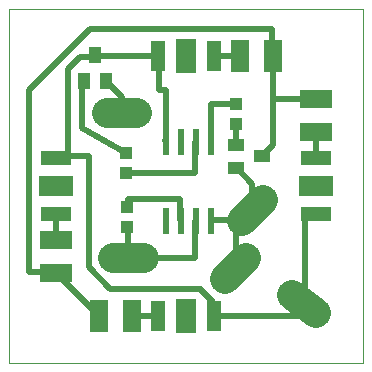
<source format=gtl>
G75*
G70*
%OFA0B0*%
%FSLAX24Y24*%
%IPPOS*%
%LPD*%
%AMOC8*
5,1,8,0,0,1.08239X$1,22.5*
%
%ADD10C,0.0000*%
%ADD11R,0.0433X0.0394*%
%ADD12R,0.0551X0.0394*%
%ADD13C,0.1005*%
%ADD14R,0.0240X0.0870*%
%ADD15R,0.0394X0.0551*%
%ADD16R,0.0472X0.0984*%
%ADD17R,0.0709X0.1181*%
%ADD18R,0.0630X0.1063*%
%ADD19R,0.0984X0.0472*%
%ADD20R,0.1181X0.0709*%
%ADD21R,0.1063X0.0630*%
%ADD22C,0.0200*%
D10*
X000101Y000726D02*
X000101Y012537D01*
X011912Y012537D01*
X011912Y000726D01*
X000101Y000726D01*
D11*
X004043Y005256D03*
X004043Y005926D03*
X004018Y007063D03*
X004018Y007732D03*
X007659Y008703D03*
X007659Y009373D03*
D12*
X007676Y007995D03*
X007676Y007247D03*
X008543Y007621D03*
D13*
X008566Y006160D02*
X007856Y005449D01*
X008015Y004231D02*
X007305Y003520D01*
X009532Y002982D02*
X010355Y002406D01*
X004591Y004246D02*
X003586Y004246D01*
X003383Y009067D02*
X004388Y009067D01*
D14*
X005335Y008109D03*
X005835Y008109D03*
X006335Y008109D03*
X006835Y008109D03*
X006835Y005459D03*
X006335Y005459D03*
X005835Y005459D03*
X005335Y005459D03*
D15*
X003339Y010134D03*
X002591Y010134D03*
X002965Y011000D03*
D16*
X005061Y010962D03*
X006951Y010962D03*
X006951Y002300D03*
X005061Y002300D03*
D17*
X006006Y002300D03*
X006006Y010962D03*
D18*
X007817Y010962D03*
X008920Y010962D03*
X004195Y002300D03*
X003093Y002300D03*
D19*
X001676Y005686D03*
X001676Y007576D03*
X010337Y007576D03*
X010337Y005686D03*
D20*
X010337Y006631D03*
X001676Y006631D03*
D21*
X001676Y004820D03*
X001676Y003718D03*
X010337Y008442D03*
X010337Y009545D03*
D22*
X008920Y009545D01*
X008920Y008009D01*
X008565Y007655D01*
X008543Y007621D01*
X007699Y007222D02*
X008211Y006710D01*
X008211Y005804D01*
X007660Y005411D01*
X007660Y003875D01*
X006518Y003206D02*
X006518Y003167D01*
X006912Y002773D01*
X006912Y002379D01*
X006951Y002300D01*
X009943Y002300D01*
X009943Y002694D01*
X009983Y002773D01*
X009983Y005726D01*
X010337Y005686D01*
X010337Y007576D02*
X010337Y008442D01*
X008920Y009545D02*
X008920Y010962D01*
X008880Y011041D01*
X008880Y011867D01*
X002817Y011867D01*
X000770Y009820D01*
X000770Y003757D01*
X001597Y003757D01*
X001676Y003718D01*
X003093Y002300D01*
X003487Y003206D02*
X006518Y003206D01*
X006321Y004230D02*
X004353Y004230D01*
X004089Y004246D01*
X004077Y004269D01*
X004077Y005253D01*
X004043Y005256D01*
X004043Y005926D02*
X004077Y005962D01*
X004077Y006198D01*
X005809Y006198D01*
X005809Y005489D01*
X005835Y005459D01*
X006321Y005450D02*
X006335Y005459D01*
X006321Y005450D02*
X006321Y004230D01*
X006835Y005459D02*
X006872Y005489D01*
X008132Y005489D01*
X008132Y005765D01*
X008211Y005804D01*
X007699Y007222D02*
X007676Y007247D01*
X007676Y007995D02*
X007660Y008009D01*
X007660Y008678D01*
X007659Y008703D01*
X007620Y009348D02*
X007659Y009373D01*
X007620Y009348D02*
X006833Y009348D01*
X006833Y008127D01*
X006835Y008109D01*
X006335Y008109D02*
X006321Y008088D01*
X006321Y007064D01*
X004038Y007064D01*
X004018Y007063D01*
X004018Y007732D02*
X003998Y007734D01*
X002542Y008560D01*
X002542Y010056D01*
X002581Y010096D01*
X002591Y010134D01*
X002069Y010529D02*
X002463Y010923D01*
X002896Y010923D01*
X002965Y011000D01*
X002975Y010962D01*
X005061Y010962D01*
X005101Y010883D01*
X005101Y009820D01*
X005337Y009820D01*
X005337Y008206D01*
X005298Y008127D01*
X005335Y008109D01*
X003885Y009067D02*
X003880Y009072D01*
X003880Y009584D01*
X003369Y010096D01*
X003339Y010134D01*
X002069Y010529D02*
X002069Y007615D01*
X001872Y007576D01*
X001676Y007576D01*
X002069Y007615D01*
X002778Y007615D01*
X002778Y003915D01*
X003487Y003206D01*
X004195Y002300D02*
X005061Y002300D01*
X001676Y004820D02*
X001676Y005686D01*
X006951Y010962D02*
X007817Y010962D01*
M02*

</source>
